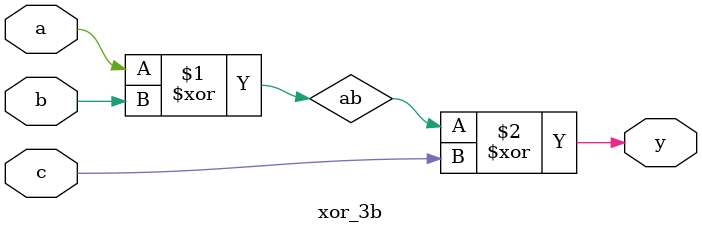
<source format=v>
module xor_3b( output wire y,input wire a, input wire b, input wire c);
    wire ab; // Intermediate wires
    xor (ab, a, b); // XOR gate for a and b
    xor (y, ab, c); // XOR gate for ab and c
endmodule

</source>
